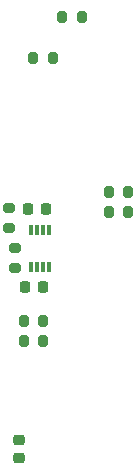
<source format=gbr>
%TF.GenerationSoftware,KiCad,Pcbnew,8.99.0-1891-ge2bd76bdce*%
%TF.CreationDate,2024-09-02T10:31:20+03:00*%
%TF.ProjectId,diagnostic_tester,64696167-6e6f-4737-9469-635f74657374,rev?*%
%TF.SameCoordinates,Original*%
%TF.FileFunction,Paste,Top*%
%TF.FilePolarity,Positive*%
%FSLAX46Y46*%
G04 Gerber Fmt 4.6, Leading zero omitted, Abs format (unit mm)*
G04 Created by KiCad (PCBNEW 8.99.0-1891-ge2bd76bdce) date 2024-09-02 10:31:20*
%MOMM*%
%LPD*%
G01*
G04 APERTURE LIST*
G04 Aperture macros list*
%AMRoundRect*
0 Rectangle with rounded corners*
0 $1 Rounding radius*
0 $2 $3 $4 $5 $6 $7 $8 $9 X,Y pos of 4 corners*
0 Add a 4 corners polygon primitive as box body*
4,1,4,$2,$3,$4,$5,$6,$7,$8,$9,$2,$3,0*
0 Add four circle primitives for the rounded corners*
1,1,$1+$1,$2,$3*
1,1,$1+$1,$4,$5*
1,1,$1+$1,$6,$7*
1,1,$1+$1,$8,$9*
0 Add four rect primitives between the rounded corners*
20,1,$1+$1,$2,$3,$4,$5,0*
20,1,$1+$1,$4,$5,$6,$7,0*
20,1,$1+$1,$6,$7,$8,$9,0*
20,1,$1+$1,$8,$9,$2,$3,0*%
G04 Aperture macros list end*
%ADD10RoundRect,0.200000X0.275000X-0.200000X0.275000X0.200000X-0.275000X0.200000X-0.275000X-0.200000X0*%
%ADD11RoundRect,0.225000X-0.225000X-0.250000X0.225000X-0.250000X0.225000X0.250000X-0.225000X0.250000X0*%
%ADD12RoundRect,0.225000X0.250000X-0.225000X0.250000X0.225000X-0.250000X0.225000X-0.250000X-0.225000X0*%
%ADD13RoundRect,0.200000X0.200000X0.275000X-0.200000X0.275000X-0.200000X-0.275000X0.200000X-0.275000X0*%
%ADD14RoundRect,0.200000X-0.200000X-0.275000X0.200000X-0.275000X0.200000X0.275000X-0.200000X0.275000X0*%
%ADD15R,0.300000X0.850000*%
%ADD16RoundRect,0.225000X0.225000X0.250000X-0.225000X0.250000X-0.225000X-0.250000X0.225000X-0.250000X0*%
G04 APERTURE END LIST*
D10*
%TO.C,R6*%
X79700000Y-61950000D03*
X79700000Y-60300000D03*
%TD*%
D11*
%TO.C,C3*%
X81325000Y-60420000D03*
X82875000Y-60420000D03*
%TD*%
D12*
%TO.C,C1*%
X80540000Y-81495000D03*
X80540000Y-79945000D03*
%TD*%
D13*
%TO.C,R4*%
X82620000Y-71600000D03*
X80970000Y-71600000D03*
%TD*%
D10*
%TO.C,R5*%
X80200000Y-65350000D03*
X80200000Y-63700000D03*
%TD*%
D14*
%TO.C,R8*%
X88170000Y-58910000D03*
X89820000Y-58910000D03*
%TD*%
D15*
%TO.C,U1*%
X83090000Y-62170000D03*
X82590000Y-62170000D03*
X82090000Y-62170000D03*
X81590000Y-62170000D03*
X81590000Y-65270000D03*
X82090000Y-65270000D03*
X82590000Y-65270000D03*
X83090000Y-65270000D03*
%TD*%
D13*
%TO.C,R1*%
X85885000Y-44100000D03*
X84235000Y-44100000D03*
%TD*%
%TO.C,R2*%
X83430000Y-47600000D03*
X81780000Y-47600000D03*
%TD*%
D16*
%TO.C,C2*%
X82610000Y-66960000D03*
X81060000Y-66960000D03*
%TD*%
D14*
%TO.C,R7*%
X88175000Y-60600000D03*
X89825000Y-60600000D03*
%TD*%
D13*
%TO.C,R3*%
X82620000Y-69900000D03*
X80970000Y-69900000D03*
%TD*%
M02*

</source>
